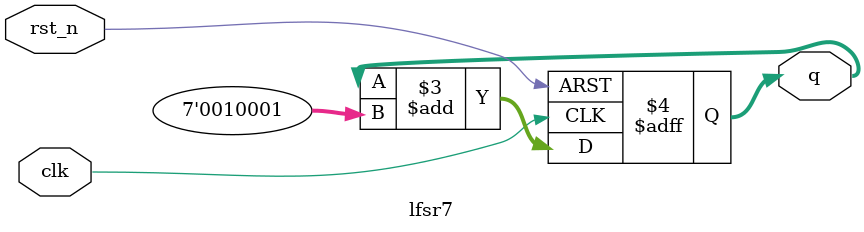
<source format=v>
module lfsr7 (
  input  wire clk,
  input  wire rst_n,
  output reg [6:0] q
);
  always @(posedge clk or negedge rst_n) begin
    if (!rst_n) q <= 7'd1;
    else q <= q + 7'd17; // pseudo-random-ish increment
  end
endmodule

</source>
